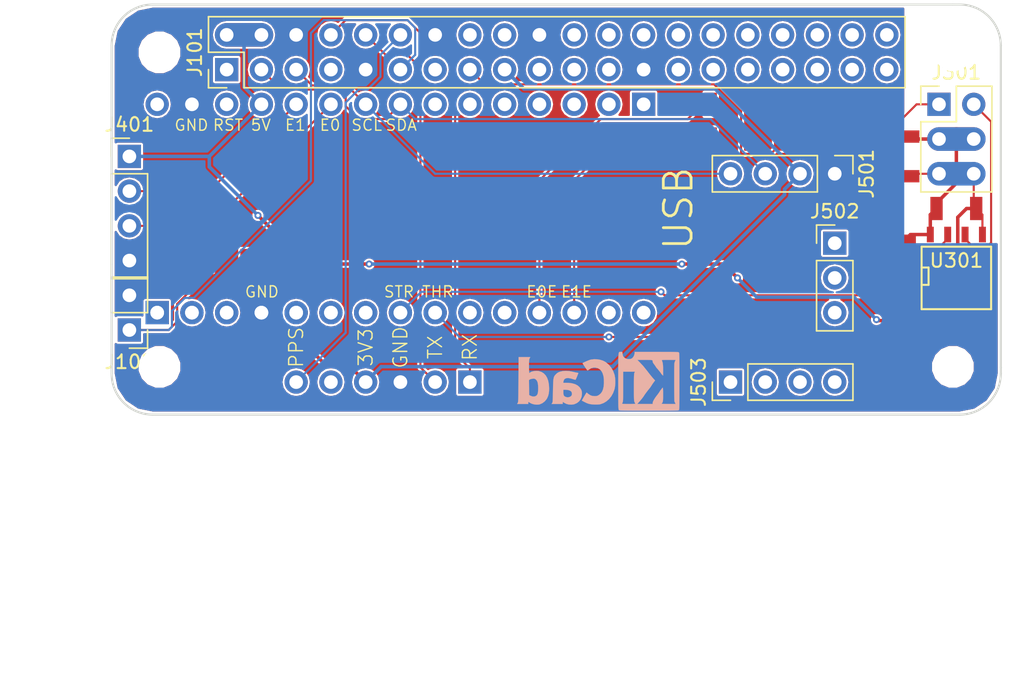
<source format=kicad_pcb>
(kicad_pcb (version 20170123) (host pcbnew no-vcs-found-3ee2f80~59~ubuntu17.04.1)
  (layers (0 F.Cu signal) (31 B.Cu signal) (34 B.Paste user) (35 F.Paste user) (36 B.SilkS user) (37 F.SilkS user) (38 B.Mask user) (39 F.Mask user) (44 Edge.Cuts user))
  (net 0 "")
  (net 1 GND)
  (net 2 +3V3)
  (net 3 +5V)
  (net 4 /PPS_ECHO)
  (net 5 /PPS)
  (net 6 /GO_BTN)
  (net 7 /GPS_TX)
  (net 8 /GPS_RX)
  (net 9 /SCL)
  (net 10 /SDA)
  (net 11 GNDPWR)
  (net 12 +BATT)
  (net 13 /PPS_ECHO-)
  (net 14 /BATPWR-)
  (net 15 /E0_ECHO-)
  (net 16 /E0_ECHO)
  (net 17 /E1_ECHO-)
  (net 18 /E1_ECHO)
  (net 19 /STEER_HI)
  (net 20 /THROTTLE_HI)
  (net 21 /ENCODER0)
  (net 22 /ENCODER1)
  (net 23 "Net-(J502-Pad3)")
  (net 24 "Net-(J502-Pad2)")
  (net 25 "Net-(J502-Pad1)")
  (net 26 "Net-(J503-Pad1)")
  (net 27 "Net-(J503-Pad2)")
  (net 28 "Net-(J503-Pad3)")
  (net 29 "Net-(J503-Pad4)")
  (net 30 "Net-(J601-Pad5)")
  (net 31 /THROTTLE)
  (net 32 /STEER)
  (net 33 "Net-(U401-Pad1)")
  (net 34 "Net-(U401-Pad2)")
  (net 35 "Net-(U401-Pad3)")
  (net 36 "Net-(U401-Pad5)")
  (net 37 "Net-(U401-Pad6)")
  (net 38 "Net-(U401-Pad7)")
  (net 39 "Net-(U401-Pad10)")
  (net 40 "Net-(U401-Pad11)")
  (net 41 "Net-(U401-Pad14)")
  (net 42 "Net-(U401-Pad15)")
  (net 43 "Net-(U401-Pad16)")
  (net 44 "Net-(U401-Pad19)")
  (net 45 "Net-(U401-Pad17)")
  (net 46 "Net-(U401-Pad18)")
  (net 47 "Net-(U401-Pad20)")
  (net 48 "Net-(U401-Pad22)")
  (net 49 "Net-(U401-Pad21)")
  (net 50 "Net-(U401-Pad28)")
  (net 51 "Net-(U401-Pad30)")
  (module KwanSystems:ArduinoNano (layer F.Cu) (at 112.83188 102.03942 90)
    (fp_text reference U401 hide)
    (fp_text value Arduino_Nano hide)
    (fp_text user USB (at 7.62 38.1 90) (layer F.SilkS) (effects (font (size 2.032 2.032) (thickness 0.2032))))
    (fp_text user GND (at 1.524 6.35 180) (layer F.SilkS) (effects (font (size 0.8128 0.8128) (thickness 0.1016)) (justify left)))
    (fp_text user STR (at 1.524 16.51 180) (layer F.SilkS) (effects (font (size 0.8128 0.8128) (thickness 0.1016)) (justify left)))
    (fp_text user THR (at 1.524 19.304 180) (layer F.SilkS) (effects (font (size 0.8128 0.8128) (thickness 0.1016)) (justify left)))
    (fp_text user E0E (at 1.524 26.924 180) (layer F.SilkS) (effects (font (size 0.8128 0.8128) (thickness 0.1016)) (justify left)))
    (fp_text user E1E (at 1.524 29.464 180) (layer F.SilkS) (effects (font (size 0.8128 0.8128) (thickness 0.1016)) (justify left)))
    (fp_text user RST (at 13.716 6.35 180) (layer F.SilkS) (effects (font (size 0.8128 0.8128) (thickness 0.1016)) (justify right)))
    (fp_text user 5V (at 13.716 8.382 180) (layer F.SilkS) (effects (font (size 0.8128 0.8128) (thickness 0.1016)) (justify right)))
    (fp_text user GND (at 13.716 3.81) (layer F.SilkS) (effects (font (size 0.8128 0.8128) (thickness 0.1016)) (justify right)))
    (fp_text user SDA (at 13.716 19.05 180) (layer F.SilkS) (effects (font (size 0.8128 0.8128) (thickness 0.1016)) (justify right)))
    (fp_text user SCL (at 13.716 16.51 180) (layer F.SilkS) (effects (font (size 0.8128 0.8128) (thickness 0.1016)) (justify right)))
    (fp_text user E1 (at 13.716 10.922 180) (layer F.SilkS) (effects (font (size 0.8128 0.8128) (thickness 0.1016)) (justify right)))
    (fp_text user E0 (at 13.716 13.462 180) (layer F.SilkS) (effects (font (size 0.8128 0.8128) (thickness 0.1016)) (justify right)))
    (pad 1 thru_hole rect (at 0 0 90) (size 1.7 1.7) (drill 1) (layers *.Cu *.Mask) (net 33 "Net-(U401-Pad1)"))
    (pad 2 thru_hole oval (at 0 2.54 90) (size 1.7 1.7) (drill 1) (layers *.Cu *.Mask) (net 34 "Net-(U401-Pad2)"))
    (pad 3 thru_hole oval (at 0 5.08 90) (size 1.7 1.7) (drill 1) (layers *.Cu *.Mask) (net 35 "Net-(U401-Pad3)"))
    (pad 4 thru_hole oval (at 0 7.62 90) (size 1.7 1.7) (drill 1) (layers *.Cu *.Mask) (net 1 GND))
    (pad 5 thru_hole oval (at 0 10.16 90) (size 1.7 1.7) (drill 1) (layers *.Cu *.Mask) (net 36 "Net-(U401-Pad5)"))
    (pad 6 thru_hole oval (at 0 12.7 90) (size 1.7 1.7) (drill 1) (layers *.Cu *.Mask) (net 37 "Net-(U401-Pad6)"))
    (pad 7 thru_hole oval (at 0 15.24 90) (size 1.7 1.7) (drill 1) (layers *.Cu *.Mask) (net 38 "Net-(U401-Pad7)"))
    (pad 8 thru_hole oval (at 0 17.78 90) (size 1.7 1.7) (drill 1) (layers *.Cu *.Mask) (net 32 /STEER))
    (pad 9 thru_hole oval (at 0 20.32 90) (size 1.7 1.7) (drill 1) (layers *.Cu *.Mask) (net 31 /THROTTLE))
    (pad 10 thru_hole oval (at 0 22.86 90) (size 1.7 1.7) (drill 1) (layers *.Cu *.Mask) (net 39 "Net-(U401-Pad10)"))
    (pad 11 thru_hole oval (at 0 25.4 90) (size 1.7 1.7) (drill 1) (layers *.Cu *.Mask) (net 40 "Net-(U401-Pad11)"))
    (pad 12 thru_hole oval (at 0 27.94 90) (size 1.7 1.7) (drill 1) (layers *.Cu *.Mask) (net 16 /E0_ECHO))
    (pad 13 thru_hole oval (at 0 30.48 90) (size 1.7 1.7) (drill 1) (layers *.Cu *.Mask) (net 18 /E1_ECHO))
    (pad 14 thru_hole oval (at 0 33.02 90) (size 1.7 1.7) (drill 1) (layers *.Cu *.Mask) (net 41 "Net-(U401-Pad14)"))
    (pad 15 thru_hole oval (at 0 35.56 90) (size 1.7 1.7) (drill 1) (layers *.Cu *.Mask) (net 42 "Net-(U401-Pad15)"))
    (pad 3 thru_hole oval (at 0 5.08 90) (size 1.7 1.7) (drill 1) (layers *.Cu *.Mask) (net 35 "Net-(U401-Pad3)"))
    (pad 4 thru_hole oval (at 0 7.62 90) (size 1.7 1.7) (drill 1) (layers *.Cu *.Mask) (net 1 GND))
    (pad 2 thru_hole oval (at 0 2.54 90) (size 1.7 1.7) (drill 1) (layers *.Cu *.Mask) (net 34 "Net-(U401-Pad2)"))
    (pad 1 thru_hole rect (at 0 0 90) (size 1.7 1.7) (drill 1) (layers *.Cu *.Mask) (net 33 "Net-(U401-Pad1)"))
    (pad 5 thru_hole oval (at 0 10.16 90) (size 1.7 1.7) (drill 1) (layers *.Cu *.Mask) (net 36 "Net-(U401-Pad5)"))
    (pad 9 thru_hole oval (at 0 20.32 90) (size 1.7 1.7) (drill 1) (layers *.Cu *.Mask) (net 31 /THROTTLE))
    (pad 7 thru_hole oval (at 0 15.24 90) (size 1.7 1.7) (drill 1) (layers *.Cu *.Mask) (net 38 "Net-(U401-Pad7)"))
    (pad 8 thru_hole oval (at 0 17.78 90) (size 1.7 1.7) (drill 1) (layers *.Cu *.Mask) (net 32 /STEER))
    (pad 10 thru_hole oval (at 0 22.86 90) (size 1.7 1.7) (drill 1) (layers *.Cu *.Mask) (net 39 "Net-(U401-Pad10)"))
    (pad 6 thru_hole oval (at 0 12.7 90) (size 1.7 1.7) (drill 1) (layers *.Cu *.Mask) (net 37 "Net-(U401-Pad6)"))
    (pad 14 thru_hole oval (at 0 33.02 90) (size 1.7 1.7) (drill 1) (layers *.Cu *.Mask) (net 41 "Net-(U401-Pad14)"))
    (pad 11 thru_hole oval (at 0 25.4 90) (size 1.7 1.7) (drill 1) (layers *.Cu *.Mask) (net 40 "Net-(U401-Pad11)"))
    (pad 13 thru_hole oval (at 0 30.48 90) (size 1.7 1.7) (drill 1) (layers *.Cu *.Mask) (net 18 /E1_ECHO))
    (pad 15 thru_hole oval (at 0 35.56 90) (size 1.7 1.7) (drill 1) (layers *.Cu *.Mask) (net 42 "Net-(U401-Pad15)"))
    (pad 12 thru_hole oval (at 0 27.94 90) (size 1.7 1.7) (drill 1) (layers *.Cu *.Mask) (net 16 /E0_ECHO))
    (pad 16 thru_hole rect (at 15.24 35.56 270) (size 1.7 1.7) (drill 1) (layers *.Cu *.Mask) (net 43 "Net-(U401-Pad16)"))
    (pad 19 thru_hole oval (at 15.24 27.94 270) (size 1.7 1.7) (drill 1) (layers *.Cu *.Mask) (net 44 "Net-(U401-Pad19)"))
    (pad 17 thru_hole oval (at 15.24 33.02 270) (size 1.7 1.7) (drill 1) (layers *.Cu *.Mask) (net 45 "Net-(U401-Pad17)"))
    (pad 18 thru_hole oval (at 15.24 30.48 270) (size 1.7 1.7) (drill 1) (layers *.Cu *.Mask) (net 46 "Net-(U401-Pad18)"))
    (pad 20 thru_hole oval (at 15.24 25.4 270) (size 1.7 1.7) (drill 1) (layers *.Cu *.Mask) (net 47 "Net-(U401-Pad20)"))
    (pad 22 thru_hole oval (at 15.24 20.32 270) (size 1.7 1.7) (drill 1) (layers *.Cu *.Mask) (net 48 "Net-(U401-Pad22)"))
    (pad 23 thru_hole oval (at 15.24 17.78 270) (size 1.7 1.7) (drill 1) (layers *.Cu *.Mask) (net 10 /SDA))
    (pad 21 thru_hole oval (at 15.24 22.86 270) (size 1.7 1.7) (drill 1) (layers *.Cu *.Mask) (net 49 "Net-(U401-Pad21)"))
    (pad 25 thru_hole oval (at 15.24 12.7 270) (size 1.7 1.7) (drill 1) (layers *.Cu *.Mask) (net 21 /ENCODER0))
    (pad 24 thru_hole oval (at 15.24 15.24 270) (size 1.7 1.7) (drill 1) (layers *.Cu *.Mask) (net 9 /SCL))
    (pad 26 thru_hole oval (at 15.24 10.16 270) (size 1.7 1.7) (drill 1) (layers *.Cu *.Mask) (net 22 /ENCODER1))
    (pad 27 thru_hole oval (at 15.24 7.62 270) (size 1.7 1.7) (drill 1) (layers *.Cu *.Mask) (net 3 +5V))
    (pad 28 thru_hole oval (at 15.24 5.08 270) (size 1.7 1.7) (drill 1) (layers *.Cu *.Mask) (net 50 "Net-(U401-Pad28)"))
    (pad 29 thru_hole oval (at 15.24 2.54 270) (size 1.7 1.7) (drill 1) (layers *.Cu *.Mask) (net 1 GND))
    (pad 30 thru_hole oval (at 15.24 0 270) (size 1.7 1.7) (drill 1) (layers *.Cu *.Mask) (net 51 "Net-(U401-Pad30)"))
  )
  (module Pin_Headers:Pin_Header_Straight_2x20_Pitch2.54mm (layer F.Cu) (at 117.91188 84.25942 90)
    (fp_text reference J101 (at 1.27 -2.33 90) (layer F.SilkS))
    (fp_text value RPi_GPIO)
    (pad 40 thru_hole oval (at 2.54 48.26 90) (size 1.7 1.7) (drill 1) (layers *.Cu *.Mask))
    (pad 39 thru_hole oval (at 0 48.26 90) (size 1.7 1.7) (drill 1) (layers *.Cu *.Mask))
    (pad 38 thru_hole oval (at 2.54 45.72 90) (size 1.7 1.7) (drill 1) (layers *.Cu *.Mask))
    (pad 37 thru_hole oval (at 0 45.72 90) (size 1.7 1.7) (drill 1) (layers *.Cu *.Mask))
    (pad 36 thru_hole oval (at 2.54 43.18 90) (size 1.7 1.7) (drill 1) (layers *.Cu *.Mask))
    (pad 35 thru_hole oval (at 0 43.18 90) (size 1.7 1.7) (drill 1) (layers *.Cu *.Mask))
    (pad 34 thru_hole oval (at 2.54 40.64 90) (size 1.7 1.7) (drill 1) (layers *.Cu *.Mask))
    (pad 33 thru_hole oval (at 0 40.64 90) (size 1.7 1.7) (drill 1) (layers *.Cu *.Mask))
    (pad 32 thru_hole oval (at 2.54 38.1 90) (size 1.7 1.7) (drill 1) (layers *.Cu *.Mask))
    (pad 31 thru_hole oval (at 0 38.1 90) (size 1.7 1.7) (drill 1) (layers *.Cu *.Mask))
    (pad 30 thru_hole oval (at 2.54 35.56 90) (size 1.7 1.7) (drill 1) (layers *.Cu *.Mask))
    (pad 29 thru_hole oval (at 0 35.56 90) (size 1.7 1.7) (drill 1) (layers *.Cu *.Mask))
    (pad 28 thru_hole oval (at 2.54 33.02 90) (size 1.7 1.7) (drill 1) (layers *.Cu *.Mask))
    (pad 27 thru_hole oval (at 0 33.02 90) (size 1.7 1.7) (drill 1) (layers *.Cu *.Mask))
    (pad 26 thru_hole oval (at 2.54 30.48 90) (size 1.7 1.7) (drill 1) (layers *.Cu *.Mask))
    (pad 25 thru_hole oval (at 0 30.48 90) (size 1.7 1.7) (drill 1) (layers *.Cu *.Mask) (net 1 GND))
    (pad 24 thru_hole oval (at 2.54 27.94 90) (size 1.7 1.7) (drill 1) (layers *.Cu *.Mask))
    (pad 23 thru_hole oval (at 0 27.94 90) (size 1.7 1.7) (drill 1) (layers *.Cu *.Mask))
    (pad 22 thru_hole oval (at 2.54 25.4 90) (size 1.7 1.7) (drill 1) (layers *.Cu *.Mask))
    (pad 21 thru_hole oval (at 0 25.4 90) (size 1.7 1.7) (drill 1) (layers *.Cu *.Mask))
    (pad 20 thru_hole oval (at 2.54 22.86 90) (size 1.7 1.7) (drill 1) (layers *.Cu *.Mask) (net 1 GND))
    (pad 19 thru_hole oval (at 0 22.86 90) (size 1.7 1.7) (drill 1) (layers *.Cu *.Mask))
    (pad 18 thru_hole oval (at 2.54 20.32 90) (size 1.7 1.7) (drill 1) (layers *.Cu *.Mask))
    (pad 17 thru_hole oval (at 0 20.32 90) (size 1.7 1.7) (drill 1) (layers *.Cu *.Mask) (net 2 +3V3))
    (pad 16 thru_hole oval (at 2.54 17.78 90) (size 1.7 1.7) (drill 1) (layers *.Cu *.Mask))
    (pad 15 thru_hole oval (at 0 17.78 90) (size 1.7 1.7) (drill 1) (layers *.Cu *.Mask) (net 4 /PPS_ECHO))
    (pad 14 thru_hole oval (at 2.54 15.24 90) (size 1.7 1.7) (drill 1) (layers *.Cu *.Mask) (net 1 GND))
    (pad 13 thru_hole oval (at 0 15.24 90) (size 1.7 1.7) (drill 1) (layers *.Cu *.Mask))
    (pad 12 thru_hole oval (at 2.54 12.7 90) (size 1.7 1.7) (drill 1) (layers *.Cu *.Mask) (net 5 /PPS))
    (pad 11 thru_hole oval (at 0 12.7 90) (size 1.7 1.7) (drill 1) (layers *.Cu *.Mask) (net 6 /GO_BTN))
    (pad 10 thru_hole oval (at 2.54 10.16 90) (size 1.7 1.7) (drill 1) (layers *.Cu *.Mask) (net 7 /GPS_TX))
    (pad 9 thru_hole oval (at 0 10.16 90) (size 1.7 1.7) (drill 1) (layers *.Cu *.Mask) (net 1 GND))
    (pad 8 thru_hole oval (at 2.54 7.62 90) (size 1.7 1.7) (drill 1) (layers *.Cu *.Mask) (net 8 /GPS_RX))
    (pad 7 thru_hole oval (at 0 7.62 90) (size 1.7 1.7) (drill 1) (layers *.Cu *.Mask))
    (pad 6 thru_hole oval (at 2.54 5.08 90) (size 1.7 1.7) (drill 1) (layers *.Cu *.Mask) (net 1 GND))
    (pad 5 thru_hole oval (at 0 5.08 90) (size 1.7 1.7) (drill 1) (layers *.Cu *.Mask) (net 9 /SCL))
    (pad 4 thru_hole oval (at 2.54 2.54 90) (size 1.7 1.7) (drill 1) (layers *.Cu *.Mask) (net 3 +5V))
    (pad 3 thru_hole oval (at 0 2.54 90) (size 1.7 1.7) (drill 1) (layers *.Cu *.Mask) (net 10 /SDA))
    (pad 2 thru_hole oval (at 2.54 0 90) (size 1.7 1.7) (drill 1) (layers *.Cu *.Mask) (net 3 +5V))
    (pad 1 thru_hole rect (at 0 0 90) (size 1.7 1.7) (drill 1) (layers *.Cu *.Mask))
  )
  (module 1pin (layer F.Cu) (at 171 106)
    (fp_text reference 1PIN hide)
    (fp_text value P*** hide)
    (pad "" np_thru_hole circle (at 0 0) (size 2.75 2.75) (drill 2.75) (layers *.Cu))
  )
  (module 1pin (layer F.Cu) (at 113 106)
    (fp_text reference 1PIN hide)
    (fp_text value P*** hide)
    (pad "" np_thru_hole circle (at 0 0) (size 2.75 2.75) (drill 2.75) (layers *.Cu))
  )
  (module 1pin (layer F.Cu) (at 171 83)
    (fp_text reference 1PIN hide)
    (fp_text value P*** hide)
    (pad "" np_thru_hole circle (at 0 0) (size 2.75 2.75) (drill 2.75) (layers *.Cu))
  )
  (module 1pin (layer F.Cu) (at 113 83)
    (fp_text reference 1PIN hide)
    (fp_text value P*** hide)
    (pad "" np_thru_hole circle (at 0 0) (size 2.75 2.75) (drill 2.75) (layers *.Cu))
  )
  (module KwanSystems:SMD_1206 (layer F.Cu) (at 167.44188 104.07142 270)
    (fp_text reference C301 hide)
    (fp_text value 100nF)
    (pad 1 smd rect (at -1.45 0 270) (size 0.9 1.7) (layers F.Cu F.Paste F.Mask) (net 3 +5V))
    (pad 2 smd rect (at 1.45 0 270) (size 0.9 1.7) (layers F.Cu F.Paste F.Mask) (net 1 GND))
  )
  (module KwanSystems:SMD_1206 (layer F.Cu) (at 171.25188 94.41942)
    (fp_text reference C305 hide)
    (fp_text value 100nF)
    (pad 2 smd rect (at 1.45 0) (size 0.9 1.7) (layers F.Cu F.Paste F.Mask) (net 11 GNDPWR))
    (pad 1 smd rect (at -1.45 0) (size 0.9 1.7) (layers F.Cu F.Paste F.Mask) (net 12 +BATT))
  )
  (module KwanSystems:SMD_1206 (layer F.Cu) (at 167.69588 90.60942 270)
    (fp_text reference C308 hide)
    (fp_text value 10uF)
    (pad 1 smd rect (at -1.45 0 270) (size 0.9 1.7) (layers F.Cu F.Paste F.Mask) (net 12 +BATT))
    (pad 2 smd rect (at 1.45 0 270) (size 0.9 1.7) (layers F.Cu F.Paste F.Mask) (net 11 GNDPWR))
  )
  (module KwanSystems:D_1206 (layer F.Cu) (at 159.82188 86.79942)
    (fp_text reference D112 hide)
    (fp_text value RED)
    (pad 2 smd rect (at 1.45 0) (size 0.9 1.7) (layers F.Cu F.Paste F.Mask) (net 13 /PPS_ECHO-))
    (pad 1 smd rect (at -1.45 0) (size 0.9 1.7) (layers F.Cu F.Paste F.Mask) (net 1 GND))
  )
  (module KwanSystems:D_1206 (layer F.Cu) (at 167.44188 98.22942 90)
    (fp_text reference D308 hide)
    (fp_text value BLUE)
    (pad 2 smd rect (at 1.45 0 90) (size 0.9 1.7) (layers F.Cu F.Paste F.Mask) (net 12 +BATT))
    (pad 1 smd rect (at -1.45 0 90) (size 0.9 1.7) (layers F.Cu F.Paste F.Mask) (net 14 /BATPWR-))
  )
  (module KwanSystems:D_1206 (layer F.Cu) (at 154.74188 86.79942 180)
    (fp_text reference D409 hide)
    (fp_text value GREEN)
    (pad 1 smd rect (at -1.45 0 180) (size 0.9 1.7) (layers F.Cu F.Paste F.Mask) (net 1 GND))
    (pad 2 smd rect (at 1.45 0 180) (size 0.9 1.7) (layers F.Cu F.Paste F.Mask) (net 15 /E0_ECHO-))
  )
  (module KwanSystems:D_1206 (layer F.Cu) (at 154.74188 89.33942 180)
    (fp_text reference D410 hide)
    (fp_text value YELLOW)
    (pad 1 smd rect (at -1.45 0 180) (size 0.9 1.7) (layers F.Cu F.Paste F.Mask) (net 1 GND))
    (pad 2 smd rect (at 1.45 0 180) (size 0.9 1.7) (layers F.Cu F.Paste F.Mask) (net 17 /E1_ECHO-))
  )
  (module Socket_Strips:Socket_Strip_Straight_1x02_Pitch2.54mm (layer F.Cu) (at 110.79988 103.30942 180)
    (fp_text reference J102 (at 0 -2.33 180) (layer F.SilkS))
    (fp_text value CONN_01X02)
    (pad 2 thru_hole oval (at 0 2.54 180) (size 1.7 1.7) (drill 1) (layers *.Cu *.Mask) (net 1 GND))
    (pad 1 thru_hole rect (at 0 0 180) (size 1.7 1.7) (drill 1) (layers *.Cu *.Mask) (net 6 /GO_BTN))
  )
  (module Pin_Headers:Pin_Header_Straight_2x03_Pitch2.54mm (layer F.Cu) (at 169.98188 86.79942)
    (fp_text reference J301 (at 1.27 -2.33) (layer F.SilkS))
    (fp_text value CONN_02X03)
    (pad 6 thru_hole oval (at 2.54 5.08) (size 1.7 1.7) (drill 1) (layers *.Cu *.Mask) (net 11 GNDPWR))
    (pad 5 thru_hole oval (at 0 5.08) (size 1.7 1.7) (drill 1) (layers *.Cu *.Mask) (net 11 GNDPWR))
    (pad 4 thru_hole oval (at 2.54 2.54) (size 1.7 1.7) (drill 1) (layers *.Cu *.Mask) (net 12 +BATT))
    (pad 3 thru_hole oval (at 0 2.54) (size 1.7 1.7) (drill 1) (layers *.Cu *.Mask) (net 12 +BATT))
    (pad 2 thru_hole oval (at 2.54 0) (size 1.7 1.7) (drill 1) (layers *.Cu *.Mask) (net 19 /STEER_HI))
    (pad 1 thru_hole rect (at 0 0) (size 1.7 1.7) (drill 1) (layers *.Cu *.Mask) (net 20 /THROTTLE_HI))
  )
  (module Pin_Headers:Pin_Header_Straight_1x04_Pitch2.54mm (layer F.Cu) (at 110.79988 90.60942)
    (fp_text reference J401 (at 0 -2.33) (layer F.SilkS))
    (fp_text value CONN_01X04)
    (pad 4 thru_hole oval (at 0 7.62) (size 1.7 1.7) (drill 1) (layers *.Cu *.Mask) (net 1 GND))
    (pad 3 thru_hole oval (at 0 5.08) (size 1.7 1.7) (drill 1) (layers *.Cu *.Mask) (net 21 /ENCODER0))
    (pad 2 thru_hole oval (at 0 2.54) (size 1.7 1.7) (drill 1) (layers *.Cu *.Mask) (net 22 /ENCODER1))
    (pad 1 thru_hole rect (at 0 0) (size 1.7 1.7) (drill 1) (layers *.Cu *.Mask) (net 3 +5V))
  )
  (module Pin_Headers:Pin_Header_Straight_1x04_Pitch2.54mm (layer F.Cu) (at 162.36188 91.87942 270)
    (fp_text reference J501 (at 0 -2.33 270) (layer F.SilkS))
    (fp_text value CONN_01X04)
    (pad 4 thru_hole oval (at 0 7.62 270) (size 1.7 1.7) (drill 1) (layers *.Cu *.Mask) (net 9 /SCL))
    (pad 3 thru_hole oval (at 0 5.08 270) (size 1.7 1.7) (drill 1) (layers *.Cu *.Mask) (net 10 /SDA))
    (pad 2 thru_hole oval (at 0 2.54 270) (size 1.7 1.7) (drill 1) (layers *.Cu *.Mask) (net 2 +3V3))
    (pad 1 thru_hole rect (at 0 0 270) (size 1.7 1.7) (drill 1) (layers *.Cu *.Mask) (net 1 GND))
  )
  (module Pin_Headers:Pin_Header_Straight_1x03_Pitch2.54mm (layer F.Cu) (at 162.36188 96.95942)
    (fp_text reference J502 (at 0 -2.33) (layer F.SilkS))
    (fp_text value CONN_01X03)
    (pad 3 thru_hole oval (at 0 5.08) (size 1.7 1.7) (drill 1) (layers *.Cu *.Mask) (net 23 "Net-(J502-Pad3)"))
    (pad 2 thru_hole oval (at 0 2.54) (size 1.7 1.7) (drill 1) (layers *.Cu *.Mask) (net 24 "Net-(J502-Pad2)"))
    (pad 1 thru_hole rect (at 0 0) (size 1.7 1.7) (drill 1) (layers *.Cu *.Mask) (net 25 "Net-(J502-Pad1)"))
  )
  (module Pin_Headers:Pin_Header_Straight_1x04_Pitch2.54mm (layer F.Cu) (at 154.74188 107.11942 90)
    (fp_text reference J503 (at 0 -2.33 90) (layer F.SilkS))
    (fp_text value CONN_01X04)
    (pad 1 thru_hole rect (at 0 0 90) (size 1.7 1.7) (drill 1) (layers *.Cu *.Mask) (net 26 "Net-(J503-Pad1)"))
    (pad 2 thru_hole oval (at 0 2.54 90) (size 1.7 1.7) (drill 1) (layers *.Cu *.Mask) (net 27 "Net-(J503-Pad2)"))
    (pad 3 thru_hole oval (at 0 5.08 90) (size 1.7 1.7) (drill 1) (layers *.Cu *.Mask) (net 28 "Net-(J503-Pad3)"))
    (pad 4 thru_hole oval (at 0 7.62 90) (size 1.7 1.7) (drill 1) (layers *.Cu *.Mask) (net 29 "Net-(J503-Pad4)"))
  )
  (module KwanSystems:GPSFeatherWing (layer F.Cu) (at 152.20188 105.84942 180)
    (fp_text reference J601 hide)
    (fp_text value CONN_01X04 hide)
    (fp_text user RX (at 16.51 1.27 270) (layer F.SilkS) (effects (font (size 1.016 1.016) (thickness 0.1016))))
    (fp_text user TX (at 19.05 1.27 270) (layer F.SilkS) (effects (font (size 1.016 1.016) (thickness 0.1016))))
    (fp_text user GND (at 21.59 1.27 270) (layer F.SilkS) (effects (font (size 1.016 1.016) (thickness 0.1016))))
    (fp_text user 3V3 (at 24.13 1.27 270) (layer F.SilkS) (effects (font (size 1.016 1.016) (thickness 0.1016))))
    (fp_text user "" (at 26.67 -5.08 270) (layer F.SilkS) (effects (font (size 1.016 1.016) (thickness 0.1016))))
    (fp_text user PPS (at 29.21 1.27 270) (layer F.SilkS) (effects (font (size 1.016 1.016) (thickness 0.1016))))
    (pad 1 thru_hole rect (at 16.51 -1.27 270) (size 1.7 1.7) (drill 1) (layers *.Cu *.Mask) (net 8 /GPS_RX))
    (pad 2 thru_hole oval (at 19.05 -1.27 270) (size 1.7 1.7) (drill 1) (layers *.Cu *.Mask) (net 7 /GPS_TX))
    (pad 3 thru_hole oval (at 21.59 -1.27 270) (size 1.7 1.7) (drill 1) (layers *.Cu *.Mask) (net 1 GND))
    (pad 4 thru_hole oval (at 24.13 -1.27 270) (size 1.7 1.7) (drill 1) (layers *.Cu *.Mask) (net 2 +3V3))
    (pad 5 thru_hole oval (at 26.67 -1.27 270) (size 1.7 1.7) (drill 1) (layers *.Cu *.Mask) (net 30 "Net-(J601-Pad5)"))
    (pad 6 thru_hole oval (at 29.21 -1.27 270) (size 1.7 1.7) (drill 1) (layers *.Cu *.Mask) (net 5 /PPS))
  )
  (module KwanSystems:SMD_1206 (layer F.Cu) (at 159.82188 89.33942)
    (fp_text reference R112 hide)
    (fp_text value 220)
    (pad 2 smd rect (at 1.45 0) (size 0.9 1.7) (layers F.Cu F.Paste F.Mask) (net 13 /PPS_ECHO-))
    (pad 1 smd rect (at -1.45 0) (size 0.9 1.7) (layers F.Cu F.Paste F.Mask) (net 4 /PPS_ECHO))
  )
  (module KwanSystems:SMD_1206 (layer F.Cu) (at 117.91188 98.22942)
    (fp_text reference R117 hide)
    (fp_text value 10k)
    (pad 2 smd rect (at 1.45 0) (size 0.9 1.7) (layers F.Cu F.Paste F.Mask) (net 2 +3V3))
    (pad 1 smd rect (at -1.45 0) (size 0.9 1.7) (layers F.Cu F.Paste F.Mask) (net 6 /GO_BTN))
  )
  (module KwanSystems:SMD_1206 (layer F.Cu) (at 165.15588 98.22942 270)
    (fp_text reference R308 hide)
    (fp_text value 220)
    (pad 1 smd rect (at -1.45 0 270) (size 0.9 1.7) (layers F.Cu F.Paste F.Mask) (net 14 /BATPWR-))
    (pad 2 smd rect (at 1.45 0 270) (size 0.9 1.7) (layers F.Cu F.Paste F.Mask) (net 11 GNDPWR))
  )
  (module KwanSystems:SMD_1206 (layer F.Cu) (at 140.77188 94.41942 90)
    (fp_text reference R409 hide)
    (fp_text value 220)
    (pad 2 smd rect (at 1.45 0 90) (size 0.9 1.7) (layers F.Cu F.Paste F.Mask) (net 15 /E0_ECHO-))
    (pad 1 smd rect (at -1.45 0 90) (size 0.9 1.7) (layers F.Cu F.Paste F.Mask) (net 16 /E0_ECHO))
  )
  (module KwanSystems:SMD_1206 (layer F.Cu) (at 143.31188 94.41942 90)
    (fp_text reference R410 hide)
    (fp_text value 220)
    (pad 1 smd rect (at -1.45 0 90) (size 0.9 1.7) (layers F.Cu F.Paste F.Mask) (net 18 /E1_ECHO))
    (pad 2 smd rect (at 1.45 0 90) (size 0.9 1.7) (layers F.Cu F.Paste F.Mask) (net 17 /E1_ECHO-))
  )
  (module Symbols:Symbol_KiCAD-Logo_CopperAndSilkScreenTop (layer B.Cu) (at 145.08988 106.86542 180)
    (fp_text reference U001 hide)
    (fp_text value Designed_With_Kicad hide)
  )
  (module KwanSystems:KWAN_CIRCLE_soldermask (layer B.Cu) (at 148.64588 93.65742 180)
    (fp_text reference U002 hide)
    (fp_text value KwanSystems hide)
  )
  (module SMD_Packages:SOIC-8-N (layer F.Cu) (at 171.25188 99.49942)
    (fp_text reference U301 (at 0 -1.27) (layer F.SilkS))
    (fp_text value ADuM3221)
    (pad 1 smd rect (at -1.905 3.175) (size 0.508 1.143) (layers F.Cu F.Paste F.Mask) (net 3 +5V))
    (pad 2 smd rect (at -0.635 3.175) (size 0.508 1.143) (layers F.Cu F.Paste F.Mask) (net 31 /THROTTLE))
    (pad 3 smd rect (at 0.635 3.175) (size 0.508 1.143) (layers F.Cu F.Paste F.Mask) (net 32 /STEER))
    (pad 4 smd rect (at 1.905 3.175) (size 0.508 1.143) (layers F.Cu F.Paste F.Mask) (net 1 GND))
    (pad 5 smd rect (at 1.905 -3.175) (size 0.508 1.143) (layers F.Cu F.Paste F.Mask) (net 11 GNDPWR))
    (pad 6 smd rect (at 0.635 -3.175) (size 0.508 1.143) (layers F.Cu F.Paste F.Mask) (net 19 /STEER_HI))
    (pad 7 smd rect (at -0.635 -3.175) (size 0.508 1.143) (layers F.Cu F.Paste F.Mask) (net 20 /THROTTLE_HI))
    (pad 8 smd rect (at -1.905 -3.175) (size 0.508 1.143) (layers F.Cu F.Paste F.Mask) (net 12 +BATT))
  )
  (gr_line (start 171.5 109.5) (end 170.95 109.5) (angle 90) (layer Edge.Cuts) (width 0.15))
  (gr_line (start 174.5 106.05) (end 174.5 106.5) (angle 90) (layer Edge.Cuts) (width 0.15))
  (gr_line (start 174.5 82.5) (end 174.5 106.05) (angle 90) (layer Edge.Cuts) (width 0.15))
  (gr_line (start 112.5 109.5) (end 170.95 109.5) (angle 90) (layer Edge.Cuts) (width 0.15))
  (gr_line (start 109.5 98.5) (end 109.5 106.5) (angle 90) (layer Edge.Cuts) (width 0.15))
  (gr_line (start 112.5 79.5) (end 171 79.5) (angle 90) (layer Edge.Cuts) (width 0.15))
  (gr_line (start 109.5 98.5) (end 109.5 82.5) (angle 90) (layer Edge.Cuts) (width 0.15))
  (gr_arc (start 112.5 106.5) (end 112.5 109.5) (angle 90) (layer Edge.Cuts) (width 0.15))
  (gr_arc (start 171.5 106.5) (end 174.5 106.5) (angle 90) (layer Edge.Cuts) (width 0.15))
  (gr_line (start 171.5 79.5) (end 171 79.5) (angle 90) (layer Edge.Cuts) (width 0.15))
  (gr_arc (start 171.5 82.5) (end 171.5 79.5) (angle 90) (layer Edge.Cuts) (width 0.15))
  (gr_arc (start 112.5 82.5) (end 109.5 82.5) (angle 90) (layer Edge.Cuts) (width 0.15))
  (segment (start 119.36188 98.22942) (end 120.06588 98.22942) (width 0.254) (layer F.Cu) (net 2))
  (segment (start 120.06588 98.22942) (end 121.862479 100.026019) (width 0.254) (layer F.Cu) (net 2))
  (segment (start 121.862479 100.026019) (end 121.862479 102.581533) (width 0.254) (layer F.Cu) (net 2))
  (segment (start 121.862479 102.581533) (end 125.270965 105.990019) (width 0.254) (layer F.Cu) (net 2))
  (segment (start 125.270965 105.990019) (end 126.942479 105.990019) (width 0.254) (layer F.Cu) (net 2))
  (segment (start 126.942479 105.990019) (end 127.221881 106.269421) (width 0.254) (layer F.Cu) (net 2))
  (segment (start 127.221881 106.269421) (end 128.07188 107.11942) (width 0.254) (layer F.Cu) (net 2))
  (segment (start 159.82188 91.87942) (end 158.692479 93.008821) (width 0.254) (layer B.Cu) (net 2))
  (segment (start 158.692479 93.008821) (end 158.692479 93.410335) (width 0.254) (layer B.Cu) (net 2))
  (segment (start 158.692479 93.410335) (end 146.112795 105.990019) (width 0.254) (layer B.Cu) (net 2))
  (segment (start 146.112795 105.990019) (end 129.201281 105.990019) (width 0.254) (layer B.Cu) (net 2))
  (segment (start 129.201281 105.990019) (end 128.921879 106.269421) (width 0.254) (layer B.Cu) (net 2))
  (segment (start 128.921879 106.269421) (end 128.07188 107.11942) (width 0.254) (layer B.Cu) (net 2))
  (segment (start 138.23188 84.25942) (end 139.642479 85.670019) (width 0.254) (layer B.Cu) (net 2))
  (segment (start 139.642479 85.670019) (end 153.612479 85.670019) (width 0.254) (layer B.Cu) (net 2))
  (segment (start 153.612479 85.670019) (end 158.971881 91.029421) (width 0.254) (layer B.Cu) (net 2))
  (segment (start 158.971881 91.029421) (end 159.82188 91.87942) (width 0.254) (layer B.Cu) (net 2))
  (segment (start 120.19788 94.92742) (end 116.64188 91.37142) (width 0.254) (layer B.Cu) (net 3))
  (segment (start 116.64188 91.37142) (end 116.64188 90.60942) (width 0.254) (layer B.Cu) (net 3))
  (segment (start 128.32588 98.48342) (end 123.75388 98.48342) (width 0.254) (layer F.Cu) (net 3))
  (segment (start 123.75388 98.48342) (end 120.19788 94.92742) (width 0.254) (layer F.Cu) (net 3))
  (via (at 120.19788 94.92742) (size 0.508) (drill 0.254) (layers F.Cu B.Cu) (net 3))
  (segment (start 128.57988 98.48342) (end 128.32588 98.48342) (width 0.254) (layer B.Cu) (net 3))
  (via (at 128.32588 98.48342) (size 0.508) (drill 0.254) (layers F.Cu B.Cu) (net 3))
  (segment (start 151.18588 98.48342) (end 128.57988 98.48342) (width 0.254) (layer B.Cu) (net 3))
  (segment (start 154.23388 98.48342) (end 151.18588 98.48342) (width 0.254) (layer F.Cu) (net 3))
  (via (at 151.18588 98.48342) (size 0.508) (drill 0.254) (layers F.Cu B.Cu) (net 3))
  (segment (start 155.24988 99.49942) (end 154.23388 98.48342) (width 0.254) (layer F.Cu) (net 3))
  (segment (start 156.660479 100.910019) (end 155.24988 99.49942) (width 0.254) (layer B.Cu) (net 3))
  (via (at 155.24988 99.49942) (size 0.508) (drill 0.254) (layers F.Cu B.Cu) (net 3))
  (segment (start 165.40988 102.54742) (end 163.772479 100.910019) (width 0.254) (layer B.Cu) (net 3))
  (segment (start 163.772479 100.910019) (end 156.660479 100.910019) (width 0.254) (layer B.Cu) (net 3))
  (segment (start 167.44188 102.62142) (end 165.48388 102.62142) (width 0.254) (layer F.Cu) (net 3))
  (segment (start 165.48388 102.62142) (end 165.40988 102.54742) (width 0.254) (layer F.Cu) (net 3))
  (via (at 165.40988 102.54742) (size 0.508) (drill 0.254) (layers F.Cu B.Cu) (net 3))
  (segment (start 120.45188 86.79942) (end 116.64188 90.60942) (width 0.254) (layer B.Cu) (net 3))
  (segment (start 116.64188 90.60942) (end 110.79988 90.60942) (width 0.254) (layer B.Cu) (net 3))
  (segment (start 119.18188 81.71942) (end 120.45188 81.71942) (width 1.7272) (layer B.Cu) (net 3))
  (segment (start 117.91188 81.71942) (end 119.18188 81.71942) (width 1.7272) (layer B.Cu) (net 3))
  (segment (start 119.18188 81.71942) (end 119.18188 85.52942) (width 0.254) (layer B.Cu) (net 3))
  (segment (start 119.18188 85.52942) (end 120.45188 86.79942) (width 0.254) (layer B.Cu) (net 3))
  (segment (start 167.44188 102.62142) (end 169.29388 102.62142) (width 0.254) (layer F.Cu) (net 3))
  (segment (start 169.29388 102.62142) (end 169.34688 102.67442) (width 0.254) (layer F.Cu) (net 3))
  (segment (start 135.69188 84.25942) (end 136.770481 85.338021) (width 0.1524) (layer F.Cu) (net 4))
  (segment (start 158.37188 89.73942) (end 158.37188 89.33942) (width 0.1524) (layer F.Cu) (net 4))
  (segment (start 136.770481 85.338021) (end 153.541963 85.338021) (width 0.1524) (layer F.Cu) (net 4))
  (segment (start 153.541963 85.338021) (end 155.513279 87.309337) (width 0.1524) (layer F.Cu) (net 4))
  (segment (start 155.513279 87.309337) (end 155.513279 90.372301) (width 0.1524) (layer F.Cu) (net 4))
  (segment (start 155.513279 90.372301) (end 155.558999 90.418021) (width 0.1524) (layer F.Cu) (net 4))
  (segment (start 155.558999 90.418021) (end 157.693279 90.418021) (width 0.1524) (layer F.Cu) (net 4))
  (segment (start 157.693279 90.418021) (end 158.37188 89.73942) (width 0.1524) (layer F.Cu) (net 4))
  (segment (start 130.61188 81.71942) (end 129.150481 83.180819) (width 0.1524) (layer B.Cu) (net 5))
  (segment (start 126.610481 86.664489) (end 126.610481 103.500819) (width 0.1524) (layer B.Cu) (net 5))
  (segment (start 129.150481 83.180819) (end 129.150481 84.777149) (width 0.1524) (layer B.Cu) (net 5))
  (segment (start 129.150481 84.777149) (end 128.206811 85.720819) (width 0.1524) (layer B.Cu) (net 5))
  (segment (start 128.206811 85.720819) (end 127.554151 85.720819) (width 0.1524) (layer B.Cu) (net 5))
  (segment (start 127.554151 85.720819) (end 126.610481 86.664489) (width 0.1524) (layer B.Cu) (net 5))
  (segment (start 126.610481 103.500819) (end 123.841879 106.269421) (width 0.1524) (layer B.Cu) (net 5))
  (segment (start 123.841879 106.269421) (end 122.99188 107.11942) (width 0.1524) (layer B.Cu) (net 5))
  (segment (start 110.79988 103.30942) (end 113.673362 103.30942) (width 0.1524) (layer B.Cu) (net 6))
  (segment (start 113.673362 103.30942) (end 113.910481 103.072301) (width 0.1524) (layer B.Cu) (net 6))
  (segment (start 131.129609 80.640819) (end 131.690481 81.201691) (width 0.1524) (layer B.Cu) (net 6))
  (segment (start 113.910481 103.072301) (end 113.910481 101.904489) (width 0.1524) (layer B.Cu) (net 6))
  (segment (start 125.014151 80.640819) (end 131.129609 80.640819) (width 0.1524) (layer B.Cu) (net 6))
  (segment (start 113.910481 101.904489) (end 114.854151 100.960819) (width 0.1524) (layer B.Cu) (net 6))
  (segment (start 131.461879 83.409421) (end 130.61188 84.25942) (width 0.1524) (layer B.Cu) (net 6))
  (segment (start 114.854151 100.960819) (end 115.506811 100.960819) (width 0.1524) (layer B.Cu) (net 6))
  (segment (start 115.506811 100.960819) (end 124.070481 92.397149) (width 0.1524) (layer B.Cu) (net 6))
  (segment (start 124.070481 92.397149) (end 124.070481 81.584489) (width 0.1524) (layer B.Cu) (net 6))
  (segment (start 124.070481 81.584489) (end 125.014151 80.640819) (width 0.1524) (layer B.Cu) (net 6))
  (segment (start 131.690481 81.201691) (end 131.690481 83.180819) (width 0.1524) (layer B.Cu) (net 6))
  (segment (start 131.690481 83.180819) (end 131.461879 83.409421) (width 0.1524) (layer B.Cu) (net 6))
  (segment (start 110.79988 103.30942) (end 113.673362 103.30942) (width 0.1524) (layer F.Cu) (net 6))
  (segment (start 113.673362 103.30942) (end 114.293279 102.689503) (width 0.1524) (layer F.Cu) (net 6))
  (segment (start 114.293279 102.689503) (end 114.293279 101.400421) (width 0.1524) (layer F.Cu) (net 6))
  (segment (start 114.293279 101.400421) (end 116.46188 99.23182) (width 0.1524) (layer F.Cu) (net 6))
  (segment (start 116.46188 99.23182) (end 116.46188 98.22942) (width 0.1524) (layer F.Cu) (net 6))
  (segment (start 128.07188 81.71942) (end 129.533279 83.180819) (width 0.1524) (layer F.Cu) (net 7))
  (segment (start 132.073279 106.040819) (end 132.301881 106.269421) (width 0.1524) (layer F.Cu) (net 7))
  (segment (start 129.533279 83.180819) (end 131.129609 83.180819) (width 0.1524) (layer F.Cu) (net 7))
  (segment (start 131.129609 83.180819) (end 132.073279 84.124489) (width 0.1524) (layer F.Cu) (net 7))
  (segment (start 132.301881 106.269421) (end 133.15188 107.11942) (width 0.1524) (layer F.Cu) (net 7))
  (segment (start 132.073279 84.124489) (end 132.073279 106.040819) (width 0.1524) (layer F.Cu) (net 7))
  (segment (start 125.53188 81.71942) (end 126.610481 80.640819) (width 0.1524) (layer F.Cu) (net 8))
  (segment (start 132.073279 82.237149) (end 133.016949 83.180819) (width 0.1524) (layer F.Cu) (net 8))
  (segment (start 126.610481 80.640819) (end 131.129609 80.640819) (width 0.1524) (layer F.Cu) (net 8))
  (segment (start 134.613279 105.038419) (end 135.69188 106.11702) (width 0.1524) (layer F.Cu) (net 8))
  (segment (start 131.129609 80.640819) (end 132.073279 81.584489) (width 0.1524) (layer F.Cu) (net 8))
  (segment (start 132.073279 81.584489) (end 132.073279 82.237149) (width 0.1524) (layer F.Cu) (net 8))
  (segment (start 133.016949 83.180819) (end 133.669609 83.180819) (width 0.1524) (layer F.Cu) (net 8))
  (segment (start 133.669609 83.180819) (end 134.613279 84.124489) (width 0.1524) (layer F.Cu) (net 8))
  (segment (start 134.613279 84.124489) (end 134.613279 105.038419) (width 0.1524) (layer F.Cu) (net 8))
  (segment (start 135.69188 106.11702) (end 135.69188 107.11942) (width 0.1524) (layer F.Cu) (net 8))
  (segment (start 128.07188 86.79942) (end 133.15188 91.87942) (width 0.1524) (layer B.Cu) (net 9))
  (segment (start 133.15188 91.87942) (end 154.74188 91.87942) (width 0.1524) (layer B.Cu) (net 9))
  (segment (start 124.148468 85.416008) (end 123.841879 85.109419) (width 0.1524) (layer F.Cu) (net 9))
  (segment (start 126.688468 85.416008) (end 124.148468 85.416008) (width 0.1524) (layer F.Cu) (net 9))
  (segment (start 128.07188 86.79942) (end 126.688468 85.416008) (width 0.1524) (layer F.Cu) (net 9))
  (segment (start 123.841879 85.109419) (end 122.99188 84.25942) (width 0.1524) (layer F.Cu) (net 9))
  (segment (start 130.61188 86.79942) (end 131.690481 87.878021) (width 0.1524) (layer B.Cu) (net 10))
  (segment (start 131.690481 87.878021) (end 153.280481 87.878021) (width 0.1524) (layer B.Cu) (net 10))
  (segment (start 153.280481 87.878021) (end 156.431881 91.029421) (width 0.1524) (layer B.Cu) (net 10))
  (segment (start 156.431881 91.029421) (end 157.28188 91.87942) (width 0.1524) (layer B.Cu) (net 10))
  (segment (start 129.761881 87.649419) (end 130.61188 86.79942) (width 0.1524) (layer F.Cu) (net 10))
  (segment (start 129.533279 87.878021) (end 129.761881 87.649419) (width 0.1524) (layer F.Cu) (net 10))
  (segment (start 127.554151 87.878021) (end 129.533279 87.878021) (width 0.1524) (layer F.Cu) (net 10))
  (segment (start 126.610481 86.934351) (end 127.554151 87.878021) (width 0.1524) (layer F.Cu) (net 10))
  (segment (start 126.049609 85.720819) (end 126.610481 86.281691) (width 0.1524) (layer F.Cu) (net 10))
  (segment (start 126.610481 86.281691) (end 126.610481 86.934351) (width 0.1524) (layer F.Cu) (net 10))
  (segment (start 121.913279 85.720819) (end 126.049609 85.720819) (width 0.1524) (layer F.Cu) (net 10))
  (segment (start 120.45188 84.25942) (end 121.913279 85.720819) (width 0.1524) (layer F.Cu) (net 10))
  (segment (start 165.15588 99.67942) (end 165.55588 99.67942) (width 0.254) (layer F.Cu) (net 11))
  (segment (start 165.55588 99.67942) (end 166.285281 100.408821) (width 0.254) (layer F.Cu) (net 11))
  (segment (start 166.285281 100.408821) (end 168.515401 100.408821) (width 0.254) (layer F.Cu) (net 11))
  (segment (start 168.515401 100.408821) (end 171.353479 97.570743) (width 0.254) (layer F.Cu) (net 11))
  (segment (start 171.353479 97.570743) (end 171.353479 95.063821) (width 0.254) (layer F.Cu) (net 11))
  (segment (start 171.99788 94.41942) (end 172.70188 94.41942) (width 0.254) (layer F.Cu) (net 11))
  (segment (start 171.353479 95.063821) (end 171.99788 94.41942) (width 0.254) (layer F.Cu) (net 11))
  (segment (start 169.98188 91.87942) (end 172.52188 91.87942) (width 1.7272) (layer B.Cu) (net 11))
  (segment (start 173.15688 96.32442) (end 173.15688 94.87442) (width 0.1524) (layer F.Cu) (net 11))
  (segment (start 173.15688 94.87442) (end 172.70188 94.41942) (width 0.1524) (layer F.Cu) (net 11))
  (segment (start 172.52188 91.87942) (end 172.52188 94.23942) (width 0.1524) (layer F.Cu) (net 11))
  (segment (start 172.52188 94.23942) (end 172.70188 94.41942) (width 0.1524) (layer F.Cu) (net 11))
  (segment (start 169.98188 91.87942) (end 167.87588 91.87942) (width 0.1524) (layer F.Cu) (net 11))
  (segment (start 167.87588 91.87942) (end 167.69588 92.05942) (width 0.1524) (layer F.Cu) (net 11))
  (segment (start 169.98188 89.33942) (end 171.25188 89.33942) (width 1.7272) (layer F.Cu) (net 12))
  (segment (start 171.25188 89.33942) (end 172.52188 89.33942) (width 1.7272) (layer F.Cu) (net 12))
  (segment (start 169.80188 94.01942) (end 171.25188 92.56942) (width 0.254) (layer F.Cu) (net 12))
  (segment (start 169.80188 94.41942) (end 169.80188 94.01942) (width 0.254) (layer F.Cu) (net 12))
  (segment (start 171.25188 92.56942) (end 171.25188 89.33942) (width 0.254) (layer F.Cu) (net 12))
  (segment (start 169.34688 96.32442) (end 169.34688 94.87442) (width 0.254) (layer F.Cu) (net 12))
  (segment (start 169.34688 94.87442) (end 169.80188 94.41942) (width 0.254) (layer F.Cu) (net 12))
  (segment (start 169.98188 89.33942) (end 167.87588 89.33942) (width 0.254) (layer F.Cu) (net 12))
  (segment (start 167.87588 89.33942) (end 167.69588 89.15942) (width 0.254) (layer F.Cu) (net 12))
  (segment (start 169.34688 96.32442) (end 167.89688 96.32442) (width 0.254) (layer F.Cu) (net 12))
  (segment (start 167.89688 96.32442) (end 167.44188 96.77942) (width 0.254) (layer F.Cu) (net 12))
  (segment (start 172.52188 89.33942) (end 169.98188 89.33942) (width 1.7272) (layer B.Cu) (net 12))
  (segment (start 161.27188 86.79942) (end 161.27188 89.33942) (width 0.254) (layer F.Cu) (net 13))
  (segment (start 166.67988 99.00742) (end 166.76988 99.00742) (width 0.254) (layer F.Cu) (net 14))
  (segment (start 166.76988 99.00742) (end 167.44188 99.67942) (width 0.254) (layer F.Cu) (net 14))
  (segment (start 165.15588 96.77942) (end 165.15588 97.48342) (width 0.254) (layer F.Cu) (net 14))
  (segment (start 165.15588 97.48342) (end 166.67988 99.00742) (width 0.254) (layer F.Cu) (net 14))
  (segment (start 165.15588 96.77942) (end 165.48388 96.77942) (width 0.254) (layer F.Cu) (net 14))
  (segment (start 165.48388 96.77942) (end 165.91788 97.21342) (width 0.254) (layer F.Cu) (net 14))
  (segment (start 140.77188 92.96942) (end 140.77188 92.36702) (width 0.1524) (layer F.Cu) (net 15))
  (segment (start 145.260879 87.878021) (end 151.610879 87.878021) (width 0.1524) (layer F.Cu) (net 15))
  (segment (start 140.77188 92.36702) (end 145.260879 87.878021) (width 0.1524) (layer F.Cu) (net 15))
  (segment (start 151.610879 87.878021) (end 152.68948 86.79942) (width 0.1524) (layer F.Cu) (net 15))
  (segment (start 152.68948 86.79942) (end 153.29188 86.79942) (width 0.1524) (layer F.Cu) (net 15))
  (segment (start 140.77188 102.03942) (end 140.77188 95.86942) (width 0.1524) (layer F.Cu) (net 16))
  (segment (start 153.29188 89.33942) (end 146.33948 89.33942) (width 0.1524) (layer F.Cu) (net 17))
  (segment (start 146.33948 89.33942) (end 143.31188 92.36702) (width 0.1524) (layer F.Cu) (net 17))
  (segment (start 143.31188 92.36702) (end 143.31188 92.96942) (width 0.1524) (layer F.Cu) (net 17))
  (segment (start 143.31188 92.96942) (end 143.74588 92.96942) (width 0.1524) (layer F.Cu) (net 17))
  (segment (start 143.74588 92.96942) (end 144.07388 92.64142) (width 0.1524) (layer F.Cu) (net 17))
  (segment (start 143.31188 92.96942) (end 143.71188 92.96942) (width 0.1524) (layer F.Cu) (net 17))
  (segment (start 143.71188 92.96942) (end 144.03988 92.64142) (width 0.1524) (layer F.Cu) (net 17))
  (segment (start 144.03988 92.64142) (end 144.07388 92.64142) (width 0.1524) (layer F.Cu) (net 17))
  (segment (start 143.31188 95.68942) (end 143.31188 95.86942) (width 0.1524) (layer F.Cu) (net 18))
  (segment (start 143.31188 102.03942) (end 143.31188 95.68942) (width 0.1524) (layer F.Cu) (net 18))
  (segment (start 171.88688 96.32442) (end 171.88688 96.64192) (width 0.1524) (layer F.Cu) (net 19))
  (segment (start 171.88688 96.64192) (end 172.369481 97.124521) (width 0.1524) (layer F.Cu) (net 19))
  (segment (start 172.369481 97.124521) (end 173.593761 97.124521) (width 0.1524) (layer F.Cu) (net 19))
  (segment (start 173.593761 97.124521) (end 173.79188 96.926402) (width 0.1524) (layer F.Cu) (net 19))
  (segment (start 173.79188 96.926402) (end 173.79188 88.06942) (width 0.1524) (layer F.Cu) (net 19))
  (segment (start 173.79188 88.06942) (end 172.52188 86.79942) (width 0.1524) (layer F.Cu) (net 19))
  (segment (start 170.61688 96.32442) (end 170.61688 96.64192) (width 0.1524) (layer F.Cu) (net 20))
  (segment (start 169.800779 97.458021) (end 166.408999 97.458021) (width 0.1524) (layer F.Cu) (net 20))
  (segment (start 166.363279 97.412301) (end 166.363279 88.780539) (width 0.1524) (layer F.Cu) (net 20))
  (segment (start 170.61688 96.64192) (end 169.800779 97.458021) (width 0.1524) (layer F.Cu) (net 20))
  (segment (start 166.408999 97.458021) (end 166.363279 97.412301) (width 0.1524) (layer F.Cu) (net 20))
  (segment (start 166.363279 88.780539) (end 168.344398 86.79942) (width 0.1524) (layer F.Cu) (net 20))
  (segment (start 168.344398 86.79942) (end 168.97948 86.79942) (width 0.1524) (layer F.Cu) (net 20))
  (segment (start 168.97948 86.79942) (end 169.98188 86.79942) (width 0.1524) (layer F.Cu) (net 20))
  (segment (start 110.79988 95.68942) (end 116.64188 95.68942) (width 0.1524) (layer F.Cu) (net 21))
  (segment (start 116.64188 95.68942) (end 125.53188 86.79942) (width 0.1524) (layer F.Cu) (net 21))
  (segment (start 110.79988 93.14942) (end 116.64188 93.14942) (width 0.1524) (layer F.Cu) (net 22))
  (segment (start 116.64188 93.14942) (end 122.99188 86.79942) (width 0.1524) (layer F.Cu) (net 22))
  (segment (start 148.39188 84.25942) (end 148.51888 84.25942) (width 0.254) (layer F.Cu) (net 1))
  (segment (start 128.07188 84.25942) (end 128.19888 84.25942) (width 0.254) (layer F.Cu) (net 1))
  (segment (start 140.89888 81.59242) (end 140.77188 81.71942) (width 0.6) (layer F.Cu) (net 1))
  (segment (start 122.99188 81.71942) (end 122.99188 81.33842) (width 0.6) (layer F.Cu) (net 1))
  (segment (start 117.91188 81.71942) (end 120.45188 81.71942) (width 1.7272) (layer F.Cu) (net 3))
  (segment (start 120.45188 81.71942) (end 120.45188 81.84642) (width 0.254) (layer F.Cu) (net 3))
  (segment (start 145.85188 103.81742) (end 169.79138 103.81742) (width 0.1524) (layer F.Cu) (net 31))
  (segment (start 169.79138 103.81742) (end 170.61688 102.99192) (width 0.1524) (layer F.Cu) (net 31))
  (segment (start 170.61688 102.99192) (end 170.61688 102.67442) (width 0.1524) (layer F.Cu) (net 31))
  (segment (start 133.15188 102.03942) (end 134.92988 103.81742) (width 0.1524) (layer B.Cu) (net 31))
  (segment (start 134.92988 103.81742) (end 145.85188 103.81742) (width 0.1524) (layer B.Cu) (net 31))
  (via (at 145.85188 103.81742) (size 0.508) (drill 0.254) (layers F.Cu B.Cu) (net 31))
  (segment (start 149.66188 100.51542) (end 149.915879 100.769419) (width 0.1524) (layer F.Cu) (net 32))
  (segment (start 149.915879 100.769419) (end 170.299379 100.769419) (width 0.1524) (layer F.Cu) (net 32))
  (segment (start 170.299379 100.769419) (end 171.88688 102.35692) (width 0.1524) (layer F.Cu) (net 32))
  (segment (start 171.88688 102.35692) (end 171.88688 102.67442) (width 0.1524) (layer F.Cu) (net 32))
  (segment (start 130.61188 102.03942) (end 132.13588 100.51542) (width 0.1524) (layer B.Cu) (net 32))
  (segment (start 132.13588 100.51542) (end 149.66188 100.51542) (width 0.1524) (layer B.Cu) (net 32))
  (via (at 149.66188 100.51542) (size 0.508) (drill 0.254) (layers F.Cu B.Cu) (net 32))
  (zone (net 1) (net_name GND) (layer F.Cu) (connect_pads yes (clearance 0.1524)) (min_thickness 0.1524) (fill yes (arc_segments 16) (thermal_gap 0.508) (thermal_bridge_width 0.508))
    (polygon (pts (xy 109.02188 79.17942) (xy 109.02188 109.65942) (xy 175.06188 109.65942) (xy 175.06188 96.95942) (xy 167.44188 96.95942) (xy 167.44188 79.17942)))
  )
  (zone (net 1) (net_name GND) (layer B.Cu) (connect_pads yes (clearance 0.1524)) (min_thickness 0.1524) (fill yes (arc_segments 16) (thermal_gap 0.508) (thermal_bridge_width 0.508))
    (polygon (pts (xy 109.02188 79.167777) (xy 109.02188 109.647777) (xy 175.06188 109.647777) (xy 175.06188 96.947777) (xy 167.44188 96.95942) (xy 167.44188 79.17942)))
  )
)
</source>
